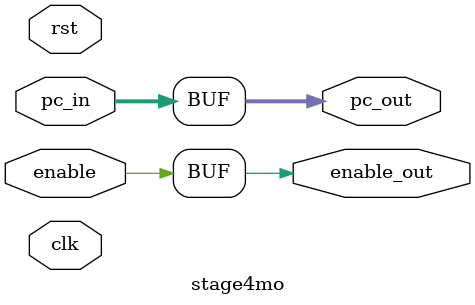
<source format=v>
module stage4mo(
    input  wire        clk,
    input  wire        rst,
    input  wire        enable,
    input  wire [11:0] pc_in,
    output wire [11:0] pc_out,
    output wire        enable_out
);
    // No memory operation logic yet.  Propagate the PC.
    assign pc_out = pc_in;
    assign enable_out = enable;
endmodule

</source>
